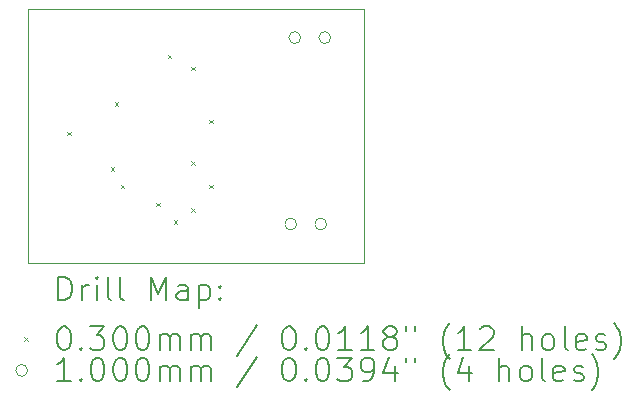
<source format=gbr>
%TF.GenerationSoftware,KiCad,Pcbnew,8.0.1*%
%TF.CreationDate,2024-03-31T17:01:06-05:00*%
%TF.ProjectId,minimidi_v1,6d696e69-6d69-4646-995f-76312e6b6963,rev?*%
%TF.SameCoordinates,Original*%
%TF.FileFunction,Drillmap*%
%TF.FilePolarity,Positive*%
%FSLAX45Y45*%
G04 Gerber Fmt 4.5, Leading zero omitted, Abs format (unit mm)*
G04 Created by KiCad (PCBNEW 8.0.1) date 2024-03-31 17:01:06*
%MOMM*%
%LPD*%
G01*
G04 APERTURE LIST*
%ADD10C,0.050000*%
%ADD11C,0.200000*%
%ADD12C,0.100000*%
G04 APERTURE END LIST*
D10*
X12050000Y-8350000D02*
X14900000Y-8350000D01*
X14900000Y-10500000D01*
X12050000Y-10500000D01*
X12050000Y-8350000D01*
D11*
D12*
X12385000Y-9385000D02*
X12415000Y-9415000D01*
X12415000Y-9385000D02*
X12385000Y-9415000D01*
X12751810Y-9685000D02*
X12781810Y-9715000D01*
X12781810Y-9685000D02*
X12751810Y-9715000D01*
X12785000Y-9135000D02*
X12815000Y-9165000D01*
X12815000Y-9135000D02*
X12785000Y-9165000D01*
X12835000Y-9835000D02*
X12865000Y-9865000D01*
X12865000Y-9835000D02*
X12835000Y-9865000D01*
X13135000Y-9985000D02*
X13165000Y-10015000D01*
X13165000Y-9985000D02*
X13135000Y-10015000D01*
X13235000Y-8735000D02*
X13265000Y-8765000D01*
X13265000Y-8735000D02*
X13235000Y-8765000D01*
X13285000Y-10135000D02*
X13315000Y-10165000D01*
X13315000Y-10135000D02*
X13285000Y-10165000D01*
X13435000Y-8835000D02*
X13465000Y-8865000D01*
X13465000Y-8835000D02*
X13435000Y-8865000D01*
X13435000Y-9635000D02*
X13465000Y-9665000D01*
X13465000Y-9635000D02*
X13435000Y-9665000D01*
X13435000Y-10035000D02*
X13465000Y-10065000D01*
X13465000Y-10035000D02*
X13435000Y-10065000D01*
X13585000Y-9285000D02*
X13615000Y-9315000D01*
X13615000Y-9285000D02*
X13585000Y-9315000D01*
X13585000Y-9835000D02*
X13615000Y-9865000D01*
X13615000Y-9835000D02*
X13585000Y-9865000D01*
X14325447Y-10167069D02*
G75*
G02*
X14225447Y-10167069I-50000J0D01*
G01*
X14225447Y-10167069D02*
G75*
G02*
X14325447Y-10167069I50000J0D01*
G01*
X14359569Y-8588234D02*
G75*
G02*
X14259569Y-8588234I-50000J0D01*
G01*
X14259569Y-8588234D02*
G75*
G02*
X14359569Y-8588234I50000J0D01*
G01*
X14579447Y-10167069D02*
G75*
G02*
X14479447Y-10167069I-50000J0D01*
G01*
X14479447Y-10167069D02*
G75*
G02*
X14579447Y-10167069I50000J0D01*
G01*
X14613569Y-8588234D02*
G75*
G02*
X14513569Y-8588234I-50000J0D01*
G01*
X14513569Y-8588234D02*
G75*
G02*
X14613569Y-8588234I50000J0D01*
G01*
D11*
X12308277Y-10813984D02*
X12308277Y-10613984D01*
X12308277Y-10613984D02*
X12355896Y-10613984D01*
X12355896Y-10613984D02*
X12384467Y-10623508D01*
X12384467Y-10623508D02*
X12403515Y-10642555D01*
X12403515Y-10642555D02*
X12413039Y-10661603D01*
X12413039Y-10661603D02*
X12422562Y-10699698D01*
X12422562Y-10699698D02*
X12422562Y-10728270D01*
X12422562Y-10728270D02*
X12413039Y-10766365D01*
X12413039Y-10766365D02*
X12403515Y-10785412D01*
X12403515Y-10785412D02*
X12384467Y-10804460D01*
X12384467Y-10804460D02*
X12355896Y-10813984D01*
X12355896Y-10813984D02*
X12308277Y-10813984D01*
X12508277Y-10813984D02*
X12508277Y-10680650D01*
X12508277Y-10718746D02*
X12517801Y-10699698D01*
X12517801Y-10699698D02*
X12527324Y-10690174D01*
X12527324Y-10690174D02*
X12546372Y-10680650D01*
X12546372Y-10680650D02*
X12565420Y-10680650D01*
X12632086Y-10813984D02*
X12632086Y-10680650D01*
X12632086Y-10613984D02*
X12622562Y-10623508D01*
X12622562Y-10623508D02*
X12632086Y-10633031D01*
X12632086Y-10633031D02*
X12641610Y-10623508D01*
X12641610Y-10623508D02*
X12632086Y-10613984D01*
X12632086Y-10613984D02*
X12632086Y-10633031D01*
X12755896Y-10813984D02*
X12736848Y-10804460D01*
X12736848Y-10804460D02*
X12727324Y-10785412D01*
X12727324Y-10785412D02*
X12727324Y-10613984D01*
X12860658Y-10813984D02*
X12841610Y-10804460D01*
X12841610Y-10804460D02*
X12832086Y-10785412D01*
X12832086Y-10785412D02*
X12832086Y-10613984D01*
X13089229Y-10813984D02*
X13089229Y-10613984D01*
X13089229Y-10613984D02*
X13155896Y-10756841D01*
X13155896Y-10756841D02*
X13222562Y-10613984D01*
X13222562Y-10613984D02*
X13222562Y-10813984D01*
X13403515Y-10813984D02*
X13403515Y-10709222D01*
X13403515Y-10709222D02*
X13393991Y-10690174D01*
X13393991Y-10690174D02*
X13374943Y-10680650D01*
X13374943Y-10680650D02*
X13336848Y-10680650D01*
X13336848Y-10680650D02*
X13317801Y-10690174D01*
X13403515Y-10804460D02*
X13384467Y-10813984D01*
X13384467Y-10813984D02*
X13336848Y-10813984D01*
X13336848Y-10813984D02*
X13317801Y-10804460D01*
X13317801Y-10804460D02*
X13308277Y-10785412D01*
X13308277Y-10785412D02*
X13308277Y-10766365D01*
X13308277Y-10766365D02*
X13317801Y-10747317D01*
X13317801Y-10747317D02*
X13336848Y-10737793D01*
X13336848Y-10737793D02*
X13384467Y-10737793D01*
X13384467Y-10737793D02*
X13403515Y-10728270D01*
X13498753Y-10680650D02*
X13498753Y-10880650D01*
X13498753Y-10690174D02*
X13517801Y-10680650D01*
X13517801Y-10680650D02*
X13555896Y-10680650D01*
X13555896Y-10680650D02*
X13574943Y-10690174D01*
X13574943Y-10690174D02*
X13584467Y-10699698D01*
X13584467Y-10699698D02*
X13593991Y-10718746D01*
X13593991Y-10718746D02*
X13593991Y-10775889D01*
X13593991Y-10775889D02*
X13584467Y-10794936D01*
X13584467Y-10794936D02*
X13574943Y-10804460D01*
X13574943Y-10804460D02*
X13555896Y-10813984D01*
X13555896Y-10813984D02*
X13517801Y-10813984D01*
X13517801Y-10813984D02*
X13498753Y-10804460D01*
X13679705Y-10794936D02*
X13689229Y-10804460D01*
X13689229Y-10804460D02*
X13679705Y-10813984D01*
X13679705Y-10813984D02*
X13670182Y-10804460D01*
X13670182Y-10804460D02*
X13679705Y-10794936D01*
X13679705Y-10794936D02*
X13679705Y-10813984D01*
X13679705Y-10690174D02*
X13689229Y-10699698D01*
X13689229Y-10699698D02*
X13679705Y-10709222D01*
X13679705Y-10709222D02*
X13670182Y-10699698D01*
X13670182Y-10699698D02*
X13679705Y-10690174D01*
X13679705Y-10690174D02*
X13679705Y-10709222D01*
D12*
X12017500Y-11127500D02*
X12047500Y-11157500D01*
X12047500Y-11127500D02*
X12017500Y-11157500D01*
D11*
X12346372Y-11033984D02*
X12365420Y-11033984D01*
X12365420Y-11033984D02*
X12384467Y-11043508D01*
X12384467Y-11043508D02*
X12393991Y-11053031D01*
X12393991Y-11053031D02*
X12403515Y-11072079D01*
X12403515Y-11072079D02*
X12413039Y-11110174D01*
X12413039Y-11110174D02*
X12413039Y-11157793D01*
X12413039Y-11157793D02*
X12403515Y-11195888D01*
X12403515Y-11195888D02*
X12393991Y-11214936D01*
X12393991Y-11214936D02*
X12384467Y-11224460D01*
X12384467Y-11224460D02*
X12365420Y-11233984D01*
X12365420Y-11233984D02*
X12346372Y-11233984D01*
X12346372Y-11233984D02*
X12327324Y-11224460D01*
X12327324Y-11224460D02*
X12317801Y-11214936D01*
X12317801Y-11214936D02*
X12308277Y-11195888D01*
X12308277Y-11195888D02*
X12298753Y-11157793D01*
X12298753Y-11157793D02*
X12298753Y-11110174D01*
X12298753Y-11110174D02*
X12308277Y-11072079D01*
X12308277Y-11072079D02*
X12317801Y-11053031D01*
X12317801Y-11053031D02*
X12327324Y-11043508D01*
X12327324Y-11043508D02*
X12346372Y-11033984D01*
X12498753Y-11214936D02*
X12508277Y-11224460D01*
X12508277Y-11224460D02*
X12498753Y-11233984D01*
X12498753Y-11233984D02*
X12489229Y-11224460D01*
X12489229Y-11224460D02*
X12498753Y-11214936D01*
X12498753Y-11214936D02*
X12498753Y-11233984D01*
X12574943Y-11033984D02*
X12698753Y-11033984D01*
X12698753Y-11033984D02*
X12632086Y-11110174D01*
X12632086Y-11110174D02*
X12660658Y-11110174D01*
X12660658Y-11110174D02*
X12679705Y-11119698D01*
X12679705Y-11119698D02*
X12689229Y-11129222D01*
X12689229Y-11129222D02*
X12698753Y-11148270D01*
X12698753Y-11148270D02*
X12698753Y-11195888D01*
X12698753Y-11195888D02*
X12689229Y-11214936D01*
X12689229Y-11214936D02*
X12679705Y-11224460D01*
X12679705Y-11224460D02*
X12660658Y-11233984D01*
X12660658Y-11233984D02*
X12603515Y-11233984D01*
X12603515Y-11233984D02*
X12584467Y-11224460D01*
X12584467Y-11224460D02*
X12574943Y-11214936D01*
X12822562Y-11033984D02*
X12841610Y-11033984D01*
X12841610Y-11033984D02*
X12860658Y-11043508D01*
X12860658Y-11043508D02*
X12870182Y-11053031D01*
X12870182Y-11053031D02*
X12879705Y-11072079D01*
X12879705Y-11072079D02*
X12889229Y-11110174D01*
X12889229Y-11110174D02*
X12889229Y-11157793D01*
X12889229Y-11157793D02*
X12879705Y-11195888D01*
X12879705Y-11195888D02*
X12870182Y-11214936D01*
X12870182Y-11214936D02*
X12860658Y-11224460D01*
X12860658Y-11224460D02*
X12841610Y-11233984D01*
X12841610Y-11233984D02*
X12822562Y-11233984D01*
X12822562Y-11233984D02*
X12803515Y-11224460D01*
X12803515Y-11224460D02*
X12793991Y-11214936D01*
X12793991Y-11214936D02*
X12784467Y-11195888D01*
X12784467Y-11195888D02*
X12774943Y-11157793D01*
X12774943Y-11157793D02*
X12774943Y-11110174D01*
X12774943Y-11110174D02*
X12784467Y-11072079D01*
X12784467Y-11072079D02*
X12793991Y-11053031D01*
X12793991Y-11053031D02*
X12803515Y-11043508D01*
X12803515Y-11043508D02*
X12822562Y-11033984D01*
X13013039Y-11033984D02*
X13032086Y-11033984D01*
X13032086Y-11033984D02*
X13051134Y-11043508D01*
X13051134Y-11043508D02*
X13060658Y-11053031D01*
X13060658Y-11053031D02*
X13070182Y-11072079D01*
X13070182Y-11072079D02*
X13079705Y-11110174D01*
X13079705Y-11110174D02*
X13079705Y-11157793D01*
X13079705Y-11157793D02*
X13070182Y-11195888D01*
X13070182Y-11195888D02*
X13060658Y-11214936D01*
X13060658Y-11214936D02*
X13051134Y-11224460D01*
X13051134Y-11224460D02*
X13032086Y-11233984D01*
X13032086Y-11233984D02*
X13013039Y-11233984D01*
X13013039Y-11233984D02*
X12993991Y-11224460D01*
X12993991Y-11224460D02*
X12984467Y-11214936D01*
X12984467Y-11214936D02*
X12974943Y-11195888D01*
X12974943Y-11195888D02*
X12965420Y-11157793D01*
X12965420Y-11157793D02*
X12965420Y-11110174D01*
X12965420Y-11110174D02*
X12974943Y-11072079D01*
X12974943Y-11072079D02*
X12984467Y-11053031D01*
X12984467Y-11053031D02*
X12993991Y-11043508D01*
X12993991Y-11043508D02*
X13013039Y-11033984D01*
X13165420Y-11233984D02*
X13165420Y-11100650D01*
X13165420Y-11119698D02*
X13174943Y-11110174D01*
X13174943Y-11110174D02*
X13193991Y-11100650D01*
X13193991Y-11100650D02*
X13222563Y-11100650D01*
X13222563Y-11100650D02*
X13241610Y-11110174D01*
X13241610Y-11110174D02*
X13251134Y-11129222D01*
X13251134Y-11129222D02*
X13251134Y-11233984D01*
X13251134Y-11129222D02*
X13260658Y-11110174D01*
X13260658Y-11110174D02*
X13279705Y-11100650D01*
X13279705Y-11100650D02*
X13308277Y-11100650D01*
X13308277Y-11100650D02*
X13327324Y-11110174D01*
X13327324Y-11110174D02*
X13336848Y-11129222D01*
X13336848Y-11129222D02*
X13336848Y-11233984D01*
X13432086Y-11233984D02*
X13432086Y-11100650D01*
X13432086Y-11119698D02*
X13441610Y-11110174D01*
X13441610Y-11110174D02*
X13460658Y-11100650D01*
X13460658Y-11100650D02*
X13489229Y-11100650D01*
X13489229Y-11100650D02*
X13508277Y-11110174D01*
X13508277Y-11110174D02*
X13517801Y-11129222D01*
X13517801Y-11129222D02*
X13517801Y-11233984D01*
X13517801Y-11129222D02*
X13527324Y-11110174D01*
X13527324Y-11110174D02*
X13546372Y-11100650D01*
X13546372Y-11100650D02*
X13574943Y-11100650D01*
X13574943Y-11100650D02*
X13593991Y-11110174D01*
X13593991Y-11110174D02*
X13603515Y-11129222D01*
X13603515Y-11129222D02*
X13603515Y-11233984D01*
X13993991Y-11024460D02*
X13822563Y-11281603D01*
X14251134Y-11033984D02*
X14270182Y-11033984D01*
X14270182Y-11033984D02*
X14289229Y-11043508D01*
X14289229Y-11043508D02*
X14298753Y-11053031D01*
X14298753Y-11053031D02*
X14308277Y-11072079D01*
X14308277Y-11072079D02*
X14317801Y-11110174D01*
X14317801Y-11110174D02*
X14317801Y-11157793D01*
X14317801Y-11157793D02*
X14308277Y-11195888D01*
X14308277Y-11195888D02*
X14298753Y-11214936D01*
X14298753Y-11214936D02*
X14289229Y-11224460D01*
X14289229Y-11224460D02*
X14270182Y-11233984D01*
X14270182Y-11233984D02*
X14251134Y-11233984D01*
X14251134Y-11233984D02*
X14232086Y-11224460D01*
X14232086Y-11224460D02*
X14222563Y-11214936D01*
X14222563Y-11214936D02*
X14213039Y-11195888D01*
X14213039Y-11195888D02*
X14203515Y-11157793D01*
X14203515Y-11157793D02*
X14203515Y-11110174D01*
X14203515Y-11110174D02*
X14213039Y-11072079D01*
X14213039Y-11072079D02*
X14222563Y-11053031D01*
X14222563Y-11053031D02*
X14232086Y-11043508D01*
X14232086Y-11043508D02*
X14251134Y-11033984D01*
X14403515Y-11214936D02*
X14413039Y-11224460D01*
X14413039Y-11224460D02*
X14403515Y-11233984D01*
X14403515Y-11233984D02*
X14393991Y-11224460D01*
X14393991Y-11224460D02*
X14403515Y-11214936D01*
X14403515Y-11214936D02*
X14403515Y-11233984D01*
X14536848Y-11033984D02*
X14555896Y-11033984D01*
X14555896Y-11033984D02*
X14574944Y-11043508D01*
X14574944Y-11043508D02*
X14584467Y-11053031D01*
X14584467Y-11053031D02*
X14593991Y-11072079D01*
X14593991Y-11072079D02*
X14603515Y-11110174D01*
X14603515Y-11110174D02*
X14603515Y-11157793D01*
X14603515Y-11157793D02*
X14593991Y-11195888D01*
X14593991Y-11195888D02*
X14584467Y-11214936D01*
X14584467Y-11214936D02*
X14574944Y-11224460D01*
X14574944Y-11224460D02*
X14555896Y-11233984D01*
X14555896Y-11233984D02*
X14536848Y-11233984D01*
X14536848Y-11233984D02*
X14517801Y-11224460D01*
X14517801Y-11224460D02*
X14508277Y-11214936D01*
X14508277Y-11214936D02*
X14498753Y-11195888D01*
X14498753Y-11195888D02*
X14489229Y-11157793D01*
X14489229Y-11157793D02*
X14489229Y-11110174D01*
X14489229Y-11110174D02*
X14498753Y-11072079D01*
X14498753Y-11072079D02*
X14508277Y-11053031D01*
X14508277Y-11053031D02*
X14517801Y-11043508D01*
X14517801Y-11043508D02*
X14536848Y-11033984D01*
X14793991Y-11233984D02*
X14679706Y-11233984D01*
X14736848Y-11233984D02*
X14736848Y-11033984D01*
X14736848Y-11033984D02*
X14717801Y-11062555D01*
X14717801Y-11062555D02*
X14698753Y-11081603D01*
X14698753Y-11081603D02*
X14679706Y-11091127D01*
X14984467Y-11233984D02*
X14870182Y-11233984D01*
X14927325Y-11233984D02*
X14927325Y-11033984D01*
X14927325Y-11033984D02*
X14908277Y-11062555D01*
X14908277Y-11062555D02*
X14889229Y-11081603D01*
X14889229Y-11081603D02*
X14870182Y-11091127D01*
X15098753Y-11119698D02*
X15079706Y-11110174D01*
X15079706Y-11110174D02*
X15070182Y-11100650D01*
X15070182Y-11100650D02*
X15060658Y-11081603D01*
X15060658Y-11081603D02*
X15060658Y-11072079D01*
X15060658Y-11072079D02*
X15070182Y-11053031D01*
X15070182Y-11053031D02*
X15079706Y-11043508D01*
X15079706Y-11043508D02*
X15098753Y-11033984D01*
X15098753Y-11033984D02*
X15136848Y-11033984D01*
X15136848Y-11033984D02*
X15155896Y-11043508D01*
X15155896Y-11043508D02*
X15165420Y-11053031D01*
X15165420Y-11053031D02*
X15174944Y-11072079D01*
X15174944Y-11072079D02*
X15174944Y-11081603D01*
X15174944Y-11081603D02*
X15165420Y-11100650D01*
X15165420Y-11100650D02*
X15155896Y-11110174D01*
X15155896Y-11110174D02*
X15136848Y-11119698D01*
X15136848Y-11119698D02*
X15098753Y-11119698D01*
X15098753Y-11119698D02*
X15079706Y-11129222D01*
X15079706Y-11129222D02*
X15070182Y-11138746D01*
X15070182Y-11138746D02*
X15060658Y-11157793D01*
X15060658Y-11157793D02*
X15060658Y-11195888D01*
X15060658Y-11195888D02*
X15070182Y-11214936D01*
X15070182Y-11214936D02*
X15079706Y-11224460D01*
X15079706Y-11224460D02*
X15098753Y-11233984D01*
X15098753Y-11233984D02*
X15136848Y-11233984D01*
X15136848Y-11233984D02*
X15155896Y-11224460D01*
X15155896Y-11224460D02*
X15165420Y-11214936D01*
X15165420Y-11214936D02*
X15174944Y-11195888D01*
X15174944Y-11195888D02*
X15174944Y-11157793D01*
X15174944Y-11157793D02*
X15165420Y-11138746D01*
X15165420Y-11138746D02*
X15155896Y-11129222D01*
X15155896Y-11129222D02*
X15136848Y-11119698D01*
X15251134Y-11033984D02*
X15251134Y-11072079D01*
X15327325Y-11033984D02*
X15327325Y-11072079D01*
X15622563Y-11310174D02*
X15613039Y-11300650D01*
X15613039Y-11300650D02*
X15593991Y-11272079D01*
X15593991Y-11272079D02*
X15584468Y-11253031D01*
X15584468Y-11253031D02*
X15574944Y-11224460D01*
X15574944Y-11224460D02*
X15565420Y-11176841D01*
X15565420Y-11176841D02*
X15565420Y-11138746D01*
X15565420Y-11138746D02*
X15574944Y-11091127D01*
X15574944Y-11091127D02*
X15584468Y-11062555D01*
X15584468Y-11062555D02*
X15593991Y-11043508D01*
X15593991Y-11043508D02*
X15613039Y-11014936D01*
X15613039Y-11014936D02*
X15622563Y-11005412D01*
X15803515Y-11233984D02*
X15689229Y-11233984D01*
X15746372Y-11233984D02*
X15746372Y-11033984D01*
X15746372Y-11033984D02*
X15727325Y-11062555D01*
X15727325Y-11062555D02*
X15708277Y-11081603D01*
X15708277Y-11081603D02*
X15689229Y-11091127D01*
X15879706Y-11053031D02*
X15889229Y-11043508D01*
X15889229Y-11043508D02*
X15908277Y-11033984D01*
X15908277Y-11033984D02*
X15955896Y-11033984D01*
X15955896Y-11033984D02*
X15974944Y-11043508D01*
X15974944Y-11043508D02*
X15984468Y-11053031D01*
X15984468Y-11053031D02*
X15993991Y-11072079D01*
X15993991Y-11072079D02*
X15993991Y-11091127D01*
X15993991Y-11091127D02*
X15984468Y-11119698D01*
X15984468Y-11119698D02*
X15870182Y-11233984D01*
X15870182Y-11233984D02*
X15993991Y-11233984D01*
X16232087Y-11233984D02*
X16232087Y-11033984D01*
X16317801Y-11233984D02*
X16317801Y-11129222D01*
X16317801Y-11129222D02*
X16308277Y-11110174D01*
X16308277Y-11110174D02*
X16289230Y-11100650D01*
X16289230Y-11100650D02*
X16260658Y-11100650D01*
X16260658Y-11100650D02*
X16241610Y-11110174D01*
X16241610Y-11110174D02*
X16232087Y-11119698D01*
X16441610Y-11233984D02*
X16422563Y-11224460D01*
X16422563Y-11224460D02*
X16413039Y-11214936D01*
X16413039Y-11214936D02*
X16403515Y-11195888D01*
X16403515Y-11195888D02*
X16403515Y-11138746D01*
X16403515Y-11138746D02*
X16413039Y-11119698D01*
X16413039Y-11119698D02*
X16422563Y-11110174D01*
X16422563Y-11110174D02*
X16441610Y-11100650D01*
X16441610Y-11100650D02*
X16470182Y-11100650D01*
X16470182Y-11100650D02*
X16489230Y-11110174D01*
X16489230Y-11110174D02*
X16498753Y-11119698D01*
X16498753Y-11119698D02*
X16508277Y-11138746D01*
X16508277Y-11138746D02*
X16508277Y-11195888D01*
X16508277Y-11195888D02*
X16498753Y-11214936D01*
X16498753Y-11214936D02*
X16489230Y-11224460D01*
X16489230Y-11224460D02*
X16470182Y-11233984D01*
X16470182Y-11233984D02*
X16441610Y-11233984D01*
X16622563Y-11233984D02*
X16603515Y-11224460D01*
X16603515Y-11224460D02*
X16593991Y-11205412D01*
X16593991Y-11205412D02*
X16593991Y-11033984D01*
X16774944Y-11224460D02*
X16755896Y-11233984D01*
X16755896Y-11233984D02*
X16717801Y-11233984D01*
X16717801Y-11233984D02*
X16698753Y-11224460D01*
X16698753Y-11224460D02*
X16689230Y-11205412D01*
X16689230Y-11205412D02*
X16689230Y-11129222D01*
X16689230Y-11129222D02*
X16698753Y-11110174D01*
X16698753Y-11110174D02*
X16717801Y-11100650D01*
X16717801Y-11100650D02*
X16755896Y-11100650D01*
X16755896Y-11100650D02*
X16774944Y-11110174D01*
X16774944Y-11110174D02*
X16784468Y-11129222D01*
X16784468Y-11129222D02*
X16784468Y-11148270D01*
X16784468Y-11148270D02*
X16689230Y-11167317D01*
X16860658Y-11224460D02*
X16879706Y-11233984D01*
X16879706Y-11233984D02*
X16917801Y-11233984D01*
X16917801Y-11233984D02*
X16936849Y-11224460D01*
X16936849Y-11224460D02*
X16946373Y-11205412D01*
X16946373Y-11205412D02*
X16946373Y-11195888D01*
X16946373Y-11195888D02*
X16936849Y-11176841D01*
X16936849Y-11176841D02*
X16917801Y-11167317D01*
X16917801Y-11167317D02*
X16889230Y-11167317D01*
X16889230Y-11167317D02*
X16870182Y-11157793D01*
X16870182Y-11157793D02*
X16860658Y-11138746D01*
X16860658Y-11138746D02*
X16860658Y-11129222D01*
X16860658Y-11129222D02*
X16870182Y-11110174D01*
X16870182Y-11110174D02*
X16889230Y-11100650D01*
X16889230Y-11100650D02*
X16917801Y-11100650D01*
X16917801Y-11100650D02*
X16936849Y-11110174D01*
X17013039Y-11310174D02*
X17022563Y-11300650D01*
X17022563Y-11300650D02*
X17041611Y-11272079D01*
X17041611Y-11272079D02*
X17051134Y-11253031D01*
X17051134Y-11253031D02*
X17060658Y-11224460D01*
X17060658Y-11224460D02*
X17070182Y-11176841D01*
X17070182Y-11176841D02*
X17070182Y-11138746D01*
X17070182Y-11138746D02*
X17060658Y-11091127D01*
X17060658Y-11091127D02*
X17051134Y-11062555D01*
X17051134Y-11062555D02*
X17041611Y-11043508D01*
X17041611Y-11043508D02*
X17022563Y-11014936D01*
X17022563Y-11014936D02*
X17013039Y-11005412D01*
D12*
X12047500Y-11406500D02*
G75*
G02*
X11947500Y-11406500I-50000J0D01*
G01*
X11947500Y-11406500D02*
G75*
G02*
X12047500Y-11406500I50000J0D01*
G01*
D11*
X12413039Y-11497984D02*
X12298753Y-11497984D01*
X12355896Y-11497984D02*
X12355896Y-11297984D01*
X12355896Y-11297984D02*
X12336848Y-11326555D01*
X12336848Y-11326555D02*
X12317801Y-11345603D01*
X12317801Y-11345603D02*
X12298753Y-11355127D01*
X12498753Y-11478936D02*
X12508277Y-11488460D01*
X12508277Y-11488460D02*
X12498753Y-11497984D01*
X12498753Y-11497984D02*
X12489229Y-11488460D01*
X12489229Y-11488460D02*
X12498753Y-11478936D01*
X12498753Y-11478936D02*
X12498753Y-11497984D01*
X12632086Y-11297984D02*
X12651134Y-11297984D01*
X12651134Y-11297984D02*
X12670182Y-11307508D01*
X12670182Y-11307508D02*
X12679705Y-11317031D01*
X12679705Y-11317031D02*
X12689229Y-11336079D01*
X12689229Y-11336079D02*
X12698753Y-11374174D01*
X12698753Y-11374174D02*
X12698753Y-11421793D01*
X12698753Y-11421793D02*
X12689229Y-11459888D01*
X12689229Y-11459888D02*
X12679705Y-11478936D01*
X12679705Y-11478936D02*
X12670182Y-11488460D01*
X12670182Y-11488460D02*
X12651134Y-11497984D01*
X12651134Y-11497984D02*
X12632086Y-11497984D01*
X12632086Y-11497984D02*
X12613039Y-11488460D01*
X12613039Y-11488460D02*
X12603515Y-11478936D01*
X12603515Y-11478936D02*
X12593991Y-11459888D01*
X12593991Y-11459888D02*
X12584467Y-11421793D01*
X12584467Y-11421793D02*
X12584467Y-11374174D01*
X12584467Y-11374174D02*
X12593991Y-11336079D01*
X12593991Y-11336079D02*
X12603515Y-11317031D01*
X12603515Y-11317031D02*
X12613039Y-11307508D01*
X12613039Y-11307508D02*
X12632086Y-11297984D01*
X12822562Y-11297984D02*
X12841610Y-11297984D01*
X12841610Y-11297984D02*
X12860658Y-11307508D01*
X12860658Y-11307508D02*
X12870182Y-11317031D01*
X12870182Y-11317031D02*
X12879705Y-11336079D01*
X12879705Y-11336079D02*
X12889229Y-11374174D01*
X12889229Y-11374174D02*
X12889229Y-11421793D01*
X12889229Y-11421793D02*
X12879705Y-11459888D01*
X12879705Y-11459888D02*
X12870182Y-11478936D01*
X12870182Y-11478936D02*
X12860658Y-11488460D01*
X12860658Y-11488460D02*
X12841610Y-11497984D01*
X12841610Y-11497984D02*
X12822562Y-11497984D01*
X12822562Y-11497984D02*
X12803515Y-11488460D01*
X12803515Y-11488460D02*
X12793991Y-11478936D01*
X12793991Y-11478936D02*
X12784467Y-11459888D01*
X12784467Y-11459888D02*
X12774943Y-11421793D01*
X12774943Y-11421793D02*
X12774943Y-11374174D01*
X12774943Y-11374174D02*
X12784467Y-11336079D01*
X12784467Y-11336079D02*
X12793991Y-11317031D01*
X12793991Y-11317031D02*
X12803515Y-11307508D01*
X12803515Y-11307508D02*
X12822562Y-11297984D01*
X13013039Y-11297984D02*
X13032086Y-11297984D01*
X13032086Y-11297984D02*
X13051134Y-11307508D01*
X13051134Y-11307508D02*
X13060658Y-11317031D01*
X13060658Y-11317031D02*
X13070182Y-11336079D01*
X13070182Y-11336079D02*
X13079705Y-11374174D01*
X13079705Y-11374174D02*
X13079705Y-11421793D01*
X13079705Y-11421793D02*
X13070182Y-11459888D01*
X13070182Y-11459888D02*
X13060658Y-11478936D01*
X13060658Y-11478936D02*
X13051134Y-11488460D01*
X13051134Y-11488460D02*
X13032086Y-11497984D01*
X13032086Y-11497984D02*
X13013039Y-11497984D01*
X13013039Y-11497984D02*
X12993991Y-11488460D01*
X12993991Y-11488460D02*
X12984467Y-11478936D01*
X12984467Y-11478936D02*
X12974943Y-11459888D01*
X12974943Y-11459888D02*
X12965420Y-11421793D01*
X12965420Y-11421793D02*
X12965420Y-11374174D01*
X12965420Y-11374174D02*
X12974943Y-11336079D01*
X12974943Y-11336079D02*
X12984467Y-11317031D01*
X12984467Y-11317031D02*
X12993991Y-11307508D01*
X12993991Y-11307508D02*
X13013039Y-11297984D01*
X13165420Y-11497984D02*
X13165420Y-11364650D01*
X13165420Y-11383698D02*
X13174943Y-11374174D01*
X13174943Y-11374174D02*
X13193991Y-11364650D01*
X13193991Y-11364650D02*
X13222563Y-11364650D01*
X13222563Y-11364650D02*
X13241610Y-11374174D01*
X13241610Y-11374174D02*
X13251134Y-11393222D01*
X13251134Y-11393222D02*
X13251134Y-11497984D01*
X13251134Y-11393222D02*
X13260658Y-11374174D01*
X13260658Y-11374174D02*
X13279705Y-11364650D01*
X13279705Y-11364650D02*
X13308277Y-11364650D01*
X13308277Y-11364650D02*
X13327324Y-11374174D01*
X13327324Y-11374174D02*
X13336848Y-11393222D01*
X13336848Y-11393222D02*
X13336848Y-11497984D01*
X13432086Y-11497984D02*
X13432086Y-11364650D01*
X13432086Y-11383698D02*
X13441610Y-11374174D01*
X13441610Y-11374174D02*
X13460658Y-11364650D01*
X13460658Y-11364650D02*
X13489229Y-11364650D01*
X13489229Y-11364650D02*
X13508277Y-11374174D01*
X13508277Y-11374174D02*
X13517801Y-11393222D01*
X13517801Y-11393222D02*
X13517801Y-11497984D01*
X13517801Y-11393222D02*
X13527324Y-11374174D01*
X13527324Y-11374174D02*
X13546372Y-11364650D01*
X13546372Y-11364650D02*
X13574943Y-11364650D01*
X13574943Y-11364650D02*
X13593991Y-11374174D01*
X13593991Y-11374174D02*
X13603515Y-11393222D01*
X13603515Y-11393222D02*
X13603515Y-11497984D01*
X13993991Y-11288460D02*
X13822563Y-11545603D01*
X14251134Y-11297984D02*
X14270182Y-11297984D01*
X14270182Y-11297984D02*
X14289229Y-11307508D01*
X14289229Y-11307508D02*
X14298753Y-11317031D01*
X14298753Y-11317031D02*
X14308277Y-11336079D01*
X14308277Y-11336079D02*
X14317801Y-11374174D01*
X14317801Y-11374174D02*
X14317801Y-11421793D01*
X14317801Y-11421793D02*
X14308277Y-11459888D01*
X14308277Y-11459888D02*
X14298753Y-11478936D01*
X14298753Y-11478936D02*
X14289229Y-11488460D01*
X14289229Y-11488460D02*
X14270182Y-11497984D01*
X14270182Y-11497984D02*
X14251134Y-11497984D01*
X14251134Y-11497984D02*
X14232086Y-11488460D01*
X14232086Y-11488460D02*
X14222563Y-11478936D01*
X14222563Y-11478936D02*
X14213039Y-11459888D01*
X14213039Y-11459888D02*
X14203515Y-11421793D01*
X14203515Y-11421793D02*
X14203515Y-11374174D01*
X14203515Y-11374174D02*
X14213039Y-11336079D01*
X14213039Y-11336079D02*
X14222563Y-11317031D01*
X14222563Y-11317031D02*
X14232086Y-11307508D01*
X14232086Y-11307508D02*
X14251134Y-11297984D01*
X14403515Y-11478936D02*
X14413039Y-11488460D01*
X14413039Y-11488460D02*
X14403515Y-11497984D01*
X14403515Y-11497984D02*
X14393991Y-11488460D01*
X14393991Y-11488460D02*
X14403515Y-11478936D01*
X14403515Y-11478936D02*
X14403515Y-11497984D01*
X14536848Y-11297984D02*
X14555896Y-11297984D01*
X14555896Y-11297984D02*
X14574944Y-11307508D01*
X14574944Y-11307508D02*
X14584467Y-11317031D01*
X14584467Y-11317031D02*
X14593991Y-11336079D01*
X14593991Y-11336079D02*
X14603515Y-11374174D01*
X14603515Y-11374174D02*
X14603515Y-11421793D01*
X14603515Y-11421793D02*
X14593991Y-11459888D01*
X14593991Y-11459888D02*
X14584467Y-11478936D01*
X14584467Y-11478936D02*
X14574944Y-11488460D01*
X14574944Y-11488460D02*
X14555896Y-11497984D01*
X14555896Y-11497984D02*
X14536848Y-11497984D01*
X14536848Y-11497984D02*
X14517801Y-11488460D01*
X14517801Y-11488460D02*
X14508277Y-11478936D01*
X14508277Y-11478936D02*
X14498753Y-11459888D01*
X14498753Y-11459888D02*
X14489229Y-11421793D01*
X14489229Y-11421793D02*
X14489229Y-11374174D01*
X14489229Y-11374174D02*
X14498753Y-11336079D01*
X14498753Y-11336079D02*
X14508277Y-11317031D01*
X14508277Y-11317031D02*
X14517801Y-11307508D01*
X14517801Y-11307508D02*
X14536848Y-11297984D01*
X14670182Y-11297984D02*
X14793991Y-11297984D01*
X14793991Y-11297984D02*
X14727325Y-11374174D01*
X14727325Y-11374174D02*
X14755896Y-11374174D01*
X14755896Y-11374174D02*
X14774944Y-11383698D01*
X14774944Y-11383698D02*
X14784467Y-11393222D01*
X14784467Y-11393222D02*
X14793991Y-11412269D01*
X14793991Y-11412269D02*
X14793991Y-11459888D01*
X14793991Y-11459888D02*
X14784467Y-11478936D01*
X14784467Y-11478936D02*
X14774944Y-11488460D01*
X14774944Y-11488460D02*
X14755896Y-11497984D01*
X14755896Y-11497984D02*
X14698753Y-11497984D01*
X14698753Y-11497984D02*
X14679706Y-11488460D01*
X14679706Y-11488460D02*
X14670182Y-11478936D01*
X14889229Y-11497984D02*
X14927325Y-11497984D01*
X14927325Y-11497984D02*
X14946372Y-11488460D01*
X14946372Y-11488460D02*
X14955896Y-11478936D01*
X14955896Y-11478936D02*
X14974944Y-11450365D01*
X14974944Y-11450365D02*
X14984467Y-11412269D01*
X14984467Y-11412269D02*
X14984467Y-11336079D01*
X14984467Y-11336079D02*
X14974944Y-11317031D01*
X14974944Y-11317031D02*
X14965420Y-11307508D01*
X14965420Y-11307508D02*
X14946372Y-11297984D01*
X14946372Y-11297984D02*
X14908277Y-11297984D01*
X14908277Y-11297984D02*
X14889229Y-11307508D01*
X14889229Y-11307508D02*
X14879706Y-11317031D01*
X14879706Y-11317031D02*
X14870182Y-11336079D01*
X14870182Y-11336079D02*
X14870182Y-11383698D01*
X14870182Y-11383698D02*
X14879706Y-11402746D01*
X14879706Y-11402746D02*
X14889229Y-11412269D01*
X14889229Y-11412269D02*
X14908277Y-11421793D01*
X14908277Y-11421793D02*
X14946372Y-11421793D01*
X14946372Y-11421793D02*
X14965420Y-11412269D01*
X14965420Y-11412269D02*
X14974944Y-11402746D01*
X14974944Y-11402746D02*
X14984467Y-11383698D01*
X15155896Y-11364650D02*
X15155896Y-11497984D01*
X15108277Y-11288460D02*
X15060658Y-11431317D01*
X15060658Y-11431317D02*
X15184467Y-11431317D01*
X15251134Y-11297984D02*
X15251134Y-11336079D01*
X15327325Y-11297984D02*
X15327325Y-11336079D01*
X15622563Y-11574174D02*
X15613039Y-11564650D01*
X15613039Y-11564650D02*
X15593991Y-11536079D01*
X15593991Y-11536079D02*
X15584468Y-11517031D01*
X15584468Y-11517031D02*
X15574944Y-11488460D01*
X15574944Y-11488460D02*
X15565420Y-11440841D01*
X15565420Y-11440841D02*
X15565420Y-11402746D01*
X15565420Y-11402746D02*
X15574944Y-11355127D01*
X15574944Y-11355127D02*
X15584468Y-11326555D01*
X15584468Y-11326555D02*
X15593991Y-11307508D01*
X15593991Y-11307508D02*
X15613039Y-11278936D01*
X15613039Y-11278936D02*
X15622563Y-11269412D01*
X15784468Y-11364650D02*
X15784468Y-11497984D01*
X15736848Y-11288460D02*
X15689229Y-11431317D01*
X15689229Y-11431317D02*
X15813039Y-11431317D01*
X16041610Y-11497984D02*
X16041610Y-11297984D01*
X16127325Y-11497984D02*
X16127325Y-11393222D01*
X16127325Y-11393222D02*
X16117801Y-11374174D01*
X16117801Y-11374174D02*
X16098753Y-11364650D01*
X16098753Y-11364650D02*
X16070182Y-11364650D01*
X16070182Y-11364650D02*
X16051134Y-11374174D01*
X16051134Y-11374174D02*
X16041610Y-11383698D01*
X16251134Y-11497984D02*
X16232087Y-11488460D01*
X16232087Y-11488460D02*
X16222563Y-11478936D01*
X16222563Y-11478936D02*
X16213039Y-11459888D01*
X16213039Y-11459888D02*
X16213039Y-11402746D01*
X16213039Y-11402746D02*
X16222563Y-11383698D01*
X16222563Y-11383698D02*
X16232087Y-11374174D01*
X16232087Y-11374174D02*
X16251134Y-11364650D01*
X16251134Y-11364650D02*
X16279706Y-11364650D01*
X16279706Y-11364650D02*
X16298753Y-11374174D01*
X16298753Y-11374174D02*
X16308277Y-11383698D01*
X16308277Y-11383698D02*
X16317801Y-11402746D01*
X16317801Y-11402746D02*
X16317801Y-11459888D01*
X16317801Y-11459888D02*
X16308277Y-11478936D01*
X16308277Y-11478936D02*
X16298753Y-11488460D01*
X16298753Y-11488460D02*
X16279706Y-11497984D01*
X16279706Y-11497984D02*
X16251134Y-11497984D01*
X16432087Y-11497984D02*
X16413039Y-11488460D01*
X16413039Y-11488460D02*
X16403515Y-11469412D01*
X16403515Y-11469412D02*
X16403515Y-11297984D01*
X16584468Y-11488460D02*
X16565420Y-11497984D01*
X16565420Y-11497984D02*
X16527325Y-11497984D01*
X16527325Y-11497984D02*
X16508277Y-11488460D01*
X16508277Y-11488460D02*
X16498753Y-11469412D01*
X16498753Y-11469412D02*
X16498753Y-11393222D01*
X16498753Y-11393222D02*
X16508277Y-11374174D01*
X16508277Y-11374174D02*
X16527325Y-11364650D01*
X16527325Y-11364650D02*
X16565420Y-11364650D01*
X16565420Y-11364650D02*
X16584468Y-11374174D01*
X16584468Y-11374174D02*
X16593991Y-11393222D01*
X16593991Y-11393222D02*
X16593991Y-11412269D01*
X16593991Y-11412269D02*
X16498753Y-11431317D01*
X16670182Y-11488460D02*
X16689230Y-11497984D01*
X16689230Y-11497984D02*
X16727325Y-11497984D01*
X16727325Y-11497984D02*
X16746372Y-11488460D01*
X16746372Y-11488460D02*
X16755896Y-11469412D01*
X16755896Y-11469412D02*
X16755896Y-11459888D01*
X16755896Y-11459888D02*
X16746372Y-11440841D01*
X16746372Y-11440841D02*
X16727325Y-11431317D01*
X16727325Y-11431317D02*
X16698753Y-11431317D01*
X16698753Y-11431317D02*
X16679706Y-11421793D01*
X16679706Y-11421793D02*
X16670182Y-11402746D01*
X16670182Y-11402746D02*
X16670182Y-11393222D01*
X16670182Y-11393222D02*
X16679706Y-11374174D01*
X16679706Y-11374174D02*
X16698753Y-11364650D01*
X16698753Y-11364650D02*
X16727325Y-11364650D01*
X16727325Y-11364650D02*
X16746372Y-11374174D01*
X16822563Y-11574174D02*
X16832087Y-11564650D01*
X16832087Y-11564650D02*
X16851134Y-11536079D01*
X16851134Y-11536079D02*
X16860658Y-11517031D01*
X16860658Y-11517031D02*
X16870182Y-11488460D01*
X16870182Y-11488460D02*
X16879706Y-11440841D01*
X16879706Y-11440841D02*
X16879706Y-11402746D01*
X16879706Y-11402746D02*
X16870182Y-11355127D01*
X16870182Y-11355127D02*
X16860658Y-11326555D01*
X16860658Y-11326555D02*
X16851134Y-11307508D01*
X16851134Y-11307508D02*
X16832087Y-11278936D01*
X16832087Y-11278936D02*
X16822563Y-11269412D01*
M02*

</source>
